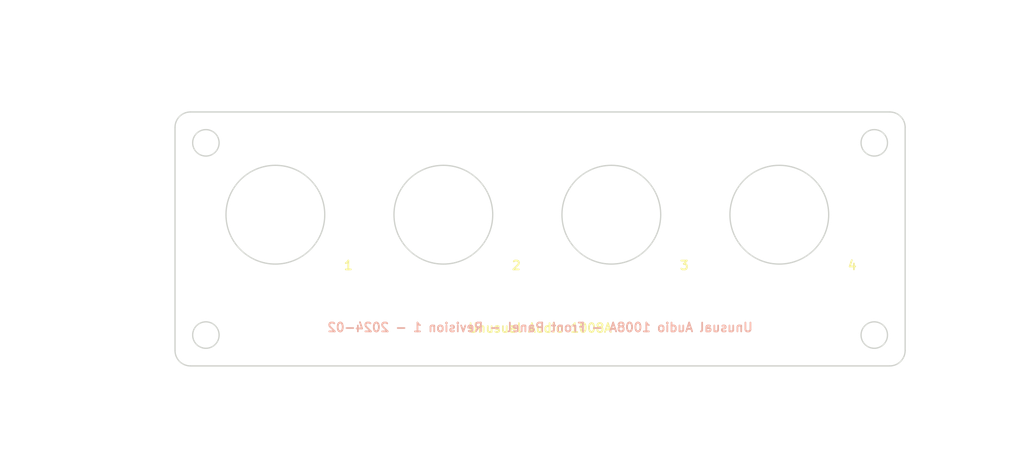
<source format=kicad_pcb>
(kicad_pcb
	(version 20240108)
	(generator "pcbnew")
	(generator_version "8.0")
	(general
		(thickness 1.6)
		(legacy_teardrops no)
	)
	(paper "A4")
	(layers
		(0 "F.Cu" signal)
		(31 "B.Cu" signal)
		(32 "B.Adhes" user "B.Adhesive")
		(33 "F.Adhes" user "F.Adhesive")
		(34 "B.Paste" user)
		(35 "F.Paste" user)
		(36 "B.SilkS" user "B.Silkscreen")
		(37 "F.SilkS" user "F.Silkscreen")
		(38 "B.Mask" user)
		(39 "F.Mask" user)
		(40 "Dwgs.User" user "User.Drawings")
		(41 "Cmts.User" user "User.Comments")
		(42 "Eco1.User" user "User.Eco1")
		(43 "Eco2.User" user "User.Eco2")
		(44 "Edge.Cuts" user)
		(45 "Margin" user)
		(46 "B.CrtYd" user "B.Courtyard")
		(47 "F.CrtYd" user "F.Courtyard")
		(48 "B.Fab" user)
		(49 "F.Fab" user)
		(50 "User.1" user)
		(51 "User.2" user)
		(52 "User.3" user)
		(53 "User.4" user)
		(54 "User.5" user)
		(55 "User.6" user)
		(56 "User.7" user)
		(57 "User.8" user)
		(58 "User.9" user)
	)
	(setup
		(pad_to_mask_clearance 0)
		(allow_soldermask_bridges_in_footprints no)
		(pcbplotparams
			(layerselection 0x00010fc_ffffffff)
			(plot_on_all_layers_selection 0x0000000_00000000)
			(disableapertmacros no)
			(usegerberextensions no)
			(usegerberattributes yes)
			(usegerberadvancedattributes yes)
			(creategerberjobfile yes)
			(dashed_line_dash_ratio 12.000000)
			(dashed_line_gap_ratio 3.000000)
			(svgprecision 4)
			(plotframeref no)
			(viasonmask no)
			(mode 1)
			(useauxorigin no)
			(hpglpennumber 1)
			(hpglpenspeed 20)
			(hpglpendiameter 15.000000)
			(pdf_front_fp_property_popups yes)
			(pdf_back_fp_property_popups yes)
			(dxfpolygonmode yes)
			(dxfimperialunits yes)
			(dxfusepcbnewfont yes)
			(psnegative no)
			(psa4output no)
			(plotreference yes)
			(plotvalue yes)
			(plotfptext yes)
			(plotinvisibletext no)
			(sketchpadsonfab no)
			(subtractmaskfromsilk no)
			(outputformat 1)
			(mirror no)
			(drillshape 0)
			(scaleselection 1)
			(outputdirectory "../Revision 1 Output/")
		)
	)
	(net 0 "")
	(gr_line
		(start 93.28 78.15)
		(end 104.48 78.15)
		(stroke
			(width 0.15)
			(type default)
		)
		(layer "Cmts.User")
		(uuid "0442a8b0-6ec6-4296-a191-f6ff00bb9ea5")
	)
	(gr_line
		(start 165.3 70)
		(end 168.3 70)
		(stroke
			(width 0.15)
			(type default)
		)
		(layer "Cmts.User")
		(uuid "0a0502d2-1c49-4ad8-82f8-752f22150aeb")
	)
	(gr_rect
		(start 165.8 86.3)
		(end 167.5 87.8)
		(stroke
			(width 0.15)
			(type default)
		)
		(fill none)
		(layer "Cmts.User")
		(uuid "23a38ea0-0211-4ed2-8d39-4c57c87b7c25")
	)
	(gr_line
		(start 165.3 91.8)
		(end 168.3 91.8)
		(stroke
			(width 0.15)
			(type default)
		)
		(layer "Cmts.User")
		(uuid "291d21d1-66cc-4df2-ba85-427901164b08")
	)
	(gr_rect
		(start 149.6 71.8)
		(end 165.35 84.5)
		(stroke
			(width 0.15)
			(type dot)
		)
		(fill none)
		(layer "Cmts.User")
		(uuid "2c8519b3-9ac3-41fe-a218-bd615cc78c77")
	)
	(gr_rect
		(start 165.8 83)
		(end 167.5 84.5)
		(stroke
			(width 0.15)
			(type default)
		)
		(fill none)
		(layer "Cmts.User")
		(uuid "34e4b3fe-3d86-45ac-95f1-4ff3d497474e")
	)
	(gr_rect
		(start 92.45 71.8)
		(end 108.2 84.5)
		(stroke
			(width 0.15)
			(type dot)
		)
		(fill none)
		(layer "Cmts.User")
		(uuid "3ecb7e21-1937-4514-8d9c-6956730a1c56")
	)
	(gr_line
		(start 166.8 71.5)
		(end 166.8 68.5)
		(stroke
			(width 0.15)
			(type default)
		)
		(layer "Cmts.User")
		(uuid "51b56348-779b-4682-bad4-36b5d270881c")
	)
	(gr_line
		(start 91 71.5)
		(end 91 68.5)
		(stroke
			(width 0.15)
			(type default)
		)
		(layer "Cmts.User")
		(uuid "52bfbeb3-e12d-4732-905d-c3e78f37b9ab")
	)
	(gr_rect
		(start 90.3 83)
		(end 92 84.5)
		(stroke
			(width 0.15)
			(type default)
		)
		(fill none)
		(layer "Cmts.User")
		(uuid "52ea59aa-117e-432b-ac0a-1fc0c4505df2")
	)
	(gr_line
		(start 112.33 78.15)
		(end 123.53 78.15)
		(stroke
			(width 0.15)
			(type default)
		)
		(layer "Cmts.User")
		(uuid "6a107e66-aab6-4873-8e75-d929bc3dde86")
	)
	(gr_rect
		(start 90.3 84.5)
		(end 167.5 86.3)
		(stroke
			(width 0.15)
			(type default)
		)
		(fill none)
		(layer "Cmts.User")
		(uuid "83e17e54-182b-4785-b073-142a135d672a")
	)
	(gr_rect
		(start 130.55 71.8)
		(end 146.3 84.5)
		(stroke
			(width 0.15)
			(type dot)
		)
		(fill none)
		(layer "Cmts.User")
		(uuid "96b9070a-6b22-404d-878f-e7517df34b27")
	)
	(gr_line
		(start 156.03 72.55)
		(end 156.03 83.75)
		(stroke
			(width 0.15)
			(type default)
		)
		(layer "Cmts.User")
		(uuid "a1498a4f-42b0-489f-812c-8f32b7a2acfc")
	)
	(gr_rect
		(start 111.5 71.8)
		(end 127.25 84.5)
		(stroke
			(width 0.15)
			(type dot)
		)
		(fill none)
		(layer "Cmts.User")
		(uuid "b4814d98-1023-4de9-8a28-5cdea3af960d")
	)
	(gr_line
		(start 89.5 91.8)
		(end 92.5 91.8)
		(stroke
			(width 0.15)
			(type default)
		)
		(layer "Cmts.User")
		(uuid "b84d1c33-befe-48df-8ab2-077373952b42")
	)
	(gr_line
		(start 136.98 72.55)
		(end 136.98 83.75)
		(stroke
			(width 0.15)
			(type default)
		)
		(layer "Cmts.User")
		(uuid "c4f29736-9da2-4a97-89ab-12fa02cb25d9")
	)
	(gr_line
		(start 166.8 93.3)
		(end 166.8 90.3)
		(stroke
			(width 0.15)
			(type default)
		)
		(layer "Cmts.User")
		(uuid "c633cc44-9e15-44a9-b5dc-fbd2350f268e")
	)
	(gr_line
		(start 117.93 72.55)
		(end 117.93 83.75)
		(stroke
			(width 0.15)
			(type default)
		)
		(layer "Cmts.User")
		(uuid "c7f66561-da42-4a39-b671-41213a820bea")
	)
	(gr_line
		(start 89.5 70)
		(end 92.5 70)
		(stroke
			(width 0.15)
			(type default)
		)
		(layer "Cmts.User")
		(uuid "cff7a3a3-212b-42a9-af88-ecee93dd9d4b")
	)
	(gr_line
		(start 98.88 72.55)
		(end 98.88 83.75)
		(stroke
			(width 0.15)
			(type default)
		)
		(layer "Cmts.User")
		(uuid "dfd9a260-57c7-4396-9ee1-9a7b176499eb")
	)
	(gr_circle
		(center 136.98 78.15)
		(end 145.715 78.15)
		(stroke
			(width 0.15)
			(type dot)
		)
		(fill none)
		(layer "Cmts.User")
		(uuid "e2628f11-ebd4-4cd7-971a-79aa44d2d65a")
	)
	(gr_circle
		(center 117.93 78.15)
		(end 126.665 78.15)
		(stroke
			(width 0.15)
			(type dot)
		)
		(fill none)
		(layer "Cmts.User")
		(uuid "e54ec905-2ee0-4f9d-a74b-01c7baecce98")
	)
	(gr_circle
		(center 98.88 78.15)
		(end 107.615 78.15)
		(stroke
			(width 0.15)
			(type dot)
		)
		(fill none)
		(layer "Cmts.User")
		(uuid "eaba1c79-0d15-420f-ac65-a93693346049")
	)
	(gr_line
		(start 91 93.3)
		(end 91 90.3)
		(stroke
			(width 0.15)
			(type default)
		)
		(layer "Cmts.User")
		(uuid "eb4b582f-bd43-4b0f-af51-6a63bf681c2b")
	)
	(gr_line
		(start 131.38 78.15)
		(end 142.58 78.15)
		(stroke
			(width 0.15)
			(type default)
		)
		(layer "Cmts.User")
		(uuid "edc904a6-0381-4963-93c0-b373c0fe099a")
	)
	(gr_rect
		(start 90.3 86.3)
		(end 92 87.8)
		(stroke
			(width 0.15)
			(type default)
		)
		(fill none)
		(layer "Cmts.User")
		(uuid "edfd6858-2c5f-4148-8561-0534dacd9cb3")
	)
	(gr_rect
		(start 90.3 68.5)
		(end 167.5 93.3)
		(stroke
			(width 0.15)
			(type default)
		)
		(fill none)
		(layer "Cmts.User")
		(uuid "f5955bf6-6d08-40b1-ad7d-6f05251db173")
	)
	(gr_circle
		(center 156.03 78.15)
		(end 164.765 78.15)
		(stroke
			(width 0.15)
			(type dot)
		)
		(fill none)
		(layer "Cmts.User")
		(uuid "fba4be2e-5bf5-4c8d-912c-e48fa8bd7bc4")
	)
	(gr_line
		(start 150.43 78.15)
		(end 161.63 78.15)
		(stroke
			(width 0.15)
			(type default)
		)
		(layer "Cmts.User")
		(uuid "ffec818d-37c6-47ee-be81-06dffad04574")
	)
	(gr_circle
		(center 166.8 91.8)
		(end 168.3 91.8)
		(stroke
			(width 0.15)
			(type default)
		)
		(fill none)
		(layer "Edge.Cuts")
		(uuid "01a9e850-564e-4013-9c33-1004b6f0062c")
	)
	(gr_circle
		(center 98.88 78.15)
		(end 104.48 78.15)
		(stroke
			(width 0.15)
			(type default)
		)
		(fill none)
		(layer "Edge.Cuts")
		(uuid "071dfd41-73c2-4582-ac26-8fd689f2c844")
	)
	(gr_circle
		(center 91 70)
		(end 92.5 70)
		(stroke
			(width 0.15)
			(type default)
		)
		(fill none)
		(layer "Edge.Cuts")
		(uuid "132bcfe8-24e2-41dd-a8eb-cfeed843511c")
	)
	(gr_line
		(start 168.55 95.3)
		(end 89.25 95.3)
		(stroke
			(width 0.15)
			(type default)
		)
		(layer "Edge.Cuts")
		(uuid "1cd220bb-9c88-4f27-834c-d849f044cdb1")
	)
	(gr_line
		(start 170.3 68.25)
		(end 170.3 93.55)
		(stroke
			(width 0.15)
			(type default)
		)
		(layer "Edge.Cuts")
		(uuid "2395635b-91e9-4736-a654-6c03ab3da311")
	)
	(gr_arc
		(start 168.55 66.5)
		(mid 169.787436 67.012563)
		(end 170.3 68.25)
		(stroke
			(width 0.15)
			(type default)
		)
		(layer "Edge.Cuts")
		(uuid "2a658732-7c72-45fa-801d-17e91993b3a5")
	)
	(gr_line
		(start 87.5 93.55)
		(end 87.5 68.25)
		(stroke
			(width 0.15)
			(type default)
		)
		(layer "Edge.Cuts")
		(uuid "410a31e1-d4c1-403b-9b96-e335be07b83e")
	)
	(gr_circle
		(center 91 91.8)
		(end 92.5 91.8)
		(stroke
			(width 0.15)
			(type default)
		)
		(fill none)
		(layer "Edge.Cuts")
		(uuid "50461be2-c3d2-4b1f-a08a-da22d14fe7d6")
	)
	(gr_arc
		(start 170.3 93.55)
		(mid 169.787437 94.787436)
		(end 168.55 95.3)
		(stroke
			(width 0.15)
			(type default)
		)
		(layer "Edge.Cuts")
		(uuid "5ca26d95-933f-4d4e-a12a-281ab2464add")
	)
	(gr_arc
		(start 89.25 95.3)
		(mid 88.012564 94.787437)
		(end 87.5 93.55)
		(stroke
			(width 0.15)
			(type default)
		)
		(layer "Edge.Cuts")
		(uuid "79e86abf-9dde-4b1a-b03a-4ce9cd2f7dc2")
	)
	(gr_circle
		(center 117.93 78.15)
		(end 123.53 78.15)
		(stroke
			(width 0.15)
			(type default)
		)
		(fill none)
		(layer "Edge.Cuts")
		(uuid "881dc27b-1284-4973-8b6e-d1b61a93fb5e")
	)
	(gr_line
		(start 89.25 66.5)
		(end 168.55 66.5)
		(stroke
			(width 0.15)
			(type default)
		)
		(layer "Edge.Cuts")
		(uuid "940a0a48-9f9d-4537-b133-43ec51657712")
	)
	(gr_circle
		(center 136.98 78.15)
		(end 142.58 78.15)
		(stroke
			(width 0.15)
			(type default)
		)
		(fill none)
		(layer "Edge.Cuts")
		(uuid "9cabcf18-204a-4ee8-b5bd-f6c140d1162e")
	)
	(gr_circle
		(center 166.8 70)
		(end 168.3 70)
		(stroke
			(width 0.15)
			(type default)
		)
		(fill none)
		(layer "Edge.Cuts")
		(uuid "a0cd776c-b7de-4b23-9e32-26fee7a03a49")
	)
	(gr_arc
		(start 87.5 68.25)
		(mid 88.012563 67.012564)
		(end 89.25 66.5)
		(stroke
			(width 0.15)
			(type default)
		)
		(layer "Edge.Cuts")
		(uuid "da75b330-40af-4494-8c73-fea1b12701c0")
	)
	(gr_circle
		(center 156.03 78.15)
		(end 161.63 78.15)
		(stroke
			(width 0.15)
			(type default)
		)
		(fill none)
		(layer "Edge.Cuts")
		(uuid "e7d9123e-9bcb-4069-b554-67a28202b172")
	)
	(gr_text "Unusual Audio 1008A - Front Panel - Revision 1 - 2024-02"
		(at 128.9 90.932 0)
		(layer "B.SilkS")
		(uuid "7008e1d4-84cf-445a-9d08-7ce1fc28570e")
		(effects
			(font
				(size 1 1)
				(thickness 0.2)
				(bold yes)
			)
			(justify mirror)
		)
	)
	(gr_text "1"
		(at 107.15 83.9 0)
		(layer "F.SilkS")
		(uuid "a8cfa2ed-92ce-424c-b275-078c9a3188f1")
		(effects
			(font
				(size 1 1)
				(thickness 0.2)
				(bold yes)
			)
		)
	)
	(gr_text "Unusual Audio 1008A"
		(at 128.9 91 0)
		(layer "F.SilkS")
		(uuid "bcb7c25b-da6d-4b7c-b705-b12bbd5fb483")
		(effects
			(font
				(size 1 1)
				(thickness 0.2)
				(bold yes)
			)
		)
	)
	(gr_text "2"
		(at 126.2 83.9 0)
		(layer "F.SilkS")
		(uuid "c271d708-a9cf-4ec3-bf6c-aabf858cd737")
		(effects
			(font
				(size 1 1)
				(thickness 0.2)
				(bold yes)
			)
		)
	)
	(gr_text "3"
		(at 145.25 83.9 0)
		(layer "F.SilkS")
		(uuid "d25e9a8a-0651-42da-87d8-f254c3eeb088")
		(effects
			(font
				(size 1 1)
				(thickness 0.2)
				(bold yes)
			)
		)
	)
	(gr_text "4"
		(at 164.3 83.9 0)
		(layer "F.SilkS")
		(uuid "e2fc355e-cba4-40cc-a42c-80ed383d8024")
		(effects
			(font
				(size 1 1)
				(thickness 0.2)
				(bold yes)
			)
		)
	)
	(dimension
		(type aligned)
		(layer "Cmts.User")
		(uuid "0d5ef2f8-44a7-4271-a9d1-b76eeee10f04")
		(pts
			(xy 108.2 71.8) (xy 92.45 71.8)
		)
		(height 0.95)
		(gr_text "15.7500 mm"
			(at 100.325 69.7 0)
			(layer "Cmts.User")
			(uuid "0d5ef2f8-44a7-4271-a9d1-b76eeee10f04")
			(effects
				(font
					(size 1 1)
					(thickness 0.15)
				)
			)
		)
		(format
			(prefix "")
			(suffix "")
			(units 3)
			(units_format 1)
			(precision 4)
		)
		(style
			(thickness 0.15)
			(arrow_length 1.27)
			(text_position_mode 0)
			(extension_height 0.58642)
			(extension_offset 0.5) keep_text_aligned)
	)
	(dimension
		(type aligned)
		(layer "Cmts.User")
		(uuid "1f09c9dd-6165-404a-93b8-a44a9727a959")
		(pts
			(xy 108.2 71.8) (xy 108.2 84.5)
		)
		(height -2.3)
		(gr_text "12.7000 mm"
			(at 109.35 78.15 90)
			(layer "Cmts.User")
			(uuid "1f09c9dd-6165-404a-93b8-a44a9727a959")
			(effects
				(font
					(size 1 1)
					(thickness 0.15)
				)
			)
		)
		(format
			(prefix "")
			(suffix "")
			(units 3)
			(units_format 1)
			(precision 4)
		)
		(style
			(thickness 0.15)
			(arrow_length 1.27)
			(text_position_mode 0)
			(extension_height 0.58642)
			(extension_offset 0.5) keep_text_aligned)
	)
	(dimension
		(type aligned)
		(layer "Cmts.User")
		(uuid "3ccf9ad9-77d8-4fa5-b696-b2a24d094488")
		(pts
			(xy 166.8 70) (xy 91 70)
		)
		(height 6.949999)
		(gr_text "75.8000 mm"
			(at 128.9 61.900001 0)
			(layer "Cmts.User")
			(uuid "3ccf9ad9-77d8-4fa5-b696-b2a24d094488")
			(effects
				(font
					(size 1 1)
					(thickness 0.15)
				)
			)
		)
		(format
			(prefix "")
			(suffix "")
			(units 3)
			(units_format 1)
			(precision 4)
		)
		(style
			(thickness 0.15)
			(arrow_length 1.27)
			(text_position_mode 0)
			(extension_height 0.58642)
			(extension_offset 0.5) keep_text_aligned)
	)
	(dimension
		(type aligned)
		(layer "Cmts.User")
		(uuid "3dfcd0c8-416a-445c-9f13-64c36007ee77")
		(pts
			(xy 170.3 95.3) (xy 170.3 66.5)
		)
		(height 9.7)
		(gr_text "28.8000 mm"
			(at 178.85 80.9 90)
			(layer "Cmts.User")
			(uuid "3dfcd0c8-416a-445c-9f13-64c36007ee77")
			(effects
				(font
					(size 1 1)
					(thickness 0.15)
				)
			)
		)
		(format
			(prefix "")
			(suffix "")
			(units 3)
			(units_format 1)
			(precision 4)
		)
		(style
			(thickness 0.15)
			(arrow_length 1.27)
			(text_position_mode 0)
			(extension_height 0.58642)
			(extension_offset 0.5) keep_text_aligned)
	)
	(dimension
		(type aligned)
		(layer "Cmts.User")
		(uuid "46c5c0b0-4c73-4b60-bc39-7b162cbd60de")
		(pts
			(xy 90.3 84.5) (xy 167.5 84.5)
		)
		(height 20.8)
		(gr_text "77.2000 mm"
			(at 128.9 104.15 0)
			(layer "Cmts.User")
			(uuid "46c5c0b0-4c73-4b60-bc39-7b162cbd60de")
			(effects
				(font
					(size 1 1)
					(thickness 0.15)
				)
			)
		)
		(format
			(prefix "")
			(suffix "")
			(units 3)
			(units_format 1)
			(precision 4)
		)
		(style
			(thickness 0.15)
			(arrow_length 1.27)
			(text_position_mode 0)
			(extension_height 0.58642)
			(extension_offset 0.5) keep_text_aligned)
	)
	(dimension
		(type aligned)
		(layer "Cmts.User")
		(uuid "4bc02b3a-86e0-45fc-8376-2c9db8525772")
		(pts
			(xy 87.5 66.5) (xy 170.3 66.5)
		)
		(height -10.7)
		(gr_text "82.8000 mm"
			(at 128.9 54.65 0)
			(layer "Cmts.User")
			(uuid "4bc02b3a-86e0-45fc-8376-2c9db8525772")
			(effects
				(font
					(size 1 1)
					(thickness 0.15)
				)
			)
		)
		(format
			(prefix "")
			(suffix "")
			(units 3)
			(units_format 1)
			(precision 4)
		)
		(style
			(thickness 0.15)
			(arrow_length 1.27)
			(text_position_mode 0)
			(extension_height 0.58642)
			(extension_offset 0.5) keep_text_aligned)
	)
	(dimension
		(type aligned)
		(layer "Cmts.User")
		(uuid "57a5083a-364f-4bf1-95e1-918d7cf6dd10")
		(pts
			(xy 92 86.3) (xy 92 93.3)
		)
		(height 11.75)
		(gr_text "7.0000 mm"
			(at 79.1 89.8 90)
			(layer "Cmts.User")
			(uuid "57a5083a-364f-4bf1-95e1-918d7cf6dd10")
			(effects
				(font
					(size 1 1)
					(thickness 0.15)
				)
			)
		)
		(format
			(prefix "")
			(suffix "")
			(units 3)
			(units_format 1)
			(precision 4)
		)
		(style
			(thickness 0.15)
			(arrow_length 1.27)
			(text_position_mode 0)
			(extension_height 0.58642)
			(extension_offset 0.5) keep_text_aligned)
	)
	(dimension
		(type aligned)
		(layer "Cmts.User")
		(uuid "9d2d3bf1-d9d3-4fde-b2c6-c62cb91fab81")
		(pts
			(xy 87.5 89.2) (xy 90.3 89.2)
		)
		(height -9.25)
		(gr_text "2.8000 mm"
			(at 88.9 78.8 0)
			(layer "Cmts.User")
			(uuid "9d2d3bf1-d9d3-4fde-b2c6-c62cb91fab81")
			(effects
				(font
					(size 1 1)
					(thickness 0.15)
				)
			)
		)
		(format
			(prefix "")
			(suffix "")
			(units 3)
			(units_format 1)
			(precision 4)
		)
		(style
			(thickness 0.15)
			(arrow_length 1.27)
			(text_position_mode 0)
			(extension_height 0.58642)
			(extension_offset 0.5) keep_text_aligned)
	)
	(dimension
		(type aligned)
		(layer "Cmts.User")
		(uuid "a7ddb8c7-02bf-49c8-9ed0-68f844f44528")
		(pts
			(xy 166.8 70) (xy 166.8 91.8)
		)
		(height -6.75)
		(gr_text "21.8000 mm"
			(at 172.4 80.9 90)
			(layer "Cmts.User")
			(uuid "a7ddb8c7-02bf-49c8-9ed0-68f844f44528")
			(effects
				(font
					(size 1 1)
					(thickness 0.15)
				)
			)
		)
		(format
			(prefix "")
			(suffix "")
			(units 3)
			(units_format 1)
			(precision 4)
		)
		(style
			(thickness 0.15)
			(arrow_length 1.27)
			(text_position_mode 0)
			(extension_height 0.58642)
			(extension_offset 0.5) keep_text_aligned)
	)
	(dimension
		(type aligned)
		(layer "Cmts.User")
		(uuid "c11cb44d-165a-418b-870c-bceb6645b3de")
		(pts
			(xy 89.5 93.3) (xy 89.5 95.3)
		)
		(height 4.55)
		(gr_text "2.0000 mm"
			(at 83.8 94.3 90)
			(layer "Cmts.User")
			(uuid "c11cb44d-165a-418b-870c-bceb6645b3de")
			(effects
				(font
					(size 1 1)
					(thickness 0.15)
				)
			)
		)
		(format
			(prefix "")
			(suffix "")
			(units 3)
			(units_format 1)
			(precision 4)
		)
		(style
			(thickness 0.15)
			(arrow_length 1.27)
			(text_position_mode 0)
			(extension_height 0.58642)
			(extension_offset 0.5) keep_text_aligned)
	)
	(dimension
		(type aligned)
		(layer "Cmts.User")
		(uuid "df39959e-888c-438c-8eed-d58aaf8793b3")
		(pts
			(xy 136.975 78.15) (xy 156.025 78.15)
		)
		(height 11.775)
		(gr_text "19.0500 mm"
			(at 146.5 88.775 0)
			(layer "Cmts.User")
			(uuid "df39959e-888c-438c-8eed-d58aaf8793b3")
			(effects
				(font
					(size 1 1)
					(thickness 0.15)
				)
			)
		)
		(format
			(prefix "")
			(suffix "")
			(units 3)
			(units_format 1)
			(precision 4)
		)
		(style
			(thickness 0.15)
			(arrow_length 1.27)
			(text_position_mode 0)
			(extension_height 0.58642)
			(extension_offset 0.5) keep_text_aligned)
	)
	(dimension
		(type aligned)
		(layer "Cmts.User")
		(uuid "f136d551-b480-4012-a7a2-86fa01556ed5")
		(pts
			(xy 92.45 78.15) (xy 98.88 78.15)
		)
		(height 3.89)
		(gr_text "6.4300 mm"
			(at 95.665 80.89 0)
			(layer "Cmts.User")
			(uuid "f136d551-b480-4012-a7a2-86fa01556ed5")
			(effects
				(font
					(size 1 1)
					(thickness 0.15)
				)
			)
		)
		(format
			(prefix "")
			(suffix "")
			(units 3)
			(units_format 1)
			(precision 4)
		)
		(style
			(thickness 0.15)
			(arrow_length 1.27)
			(text_position_mode 0)
			(extension_height 0.58642)
			(extension_offset 0.5) keep_text_aligned)
	)
	(dimension
		(type aligned)
		(layer "Cmts.User")
		(uuid "f2d7f314-cc57-4ec6-838c-246a0970c745")
		(pts
			(xy 167.5 68.5) (xy 167.5 93.3)
		)
		(height 5.05)
		(gr_text "24.8000 mm"
			(at 161.3 80.9 90)
			(layer "Cmts.User")
			(uuid "f2d7f314-cc57-4ec6-838c-246a0970c745")
			(effects
				(font
					(size 1 1)
					(thickness 0.15)
				)
			)
		)
		(format
			(prefix "")
			(suffix "")
			(units 3)
			(units_format 1)
			(precision 4)
		)
		(style
			(thickness 0.15)
			(arrow_length 1.27)
			(text_position_mode 0)
			(extension_height 0.58642)
			(extension_offset 0.5) keep_text_aligned)
	)
	(dimension
		(type radial)
		(layer "Cmts.User")
		(uuid "bf133430-b20b-476d-8031-bc74a67169f5")
		(pts
			(xy 91 70) (xy 89.5 70)
		)
		(leader_length 3.81)
		(gr_text "R 1.5000 mm"
			(at 72.99 70 0)
			(layer "Cmts.User")
			(uuid "bf133430-b20b-476d-8031-bc74a67169f5")
			(effects
				(font
					(size 1 1)
					(thickness 0.15)
				)
			)
		)
		(format
			(prefix "R ")
			(suffix "")
			(units 3)
			(units_format 1)
			(precision 4)
		)
		(style
			(thickness 0.15)
			(arrow_length 1.27)
			(text_position_mode 0)
			(extension_offset 0.5) keep_text_aligned)
	)
	(dimension
		(type radial)
		(layer "Cmts.User")
		(uuid "db8432eb-9a76-4861-b776-54ac4ea06100")
		(pts
			(xy 87.5 66.5) (xy 87.5 64.75)
		)
		(leader_length 3.81)
		(gr_text "R 1.7500 mm"
			(at 100.2 60.94 0)
			(layer "Cmts.User")
			(uuid "db8432eb-9a76-4861-b776-54ac4ea06100")
			(effects
				(font
					(size 1 1)
					(thickness 0.15)
				)
			)
		)
		(format
			(prefix "R ")
			(suffix "")
			(units 3)
			(units_format 1)
			(precision 4)
		)
		(style
			(thickness 0.15)
			(arrow_length 1.27)
			(text_position_mode 0)
			(extension_offset 0.5) keep_text_aligned)
	)
)
</source>
